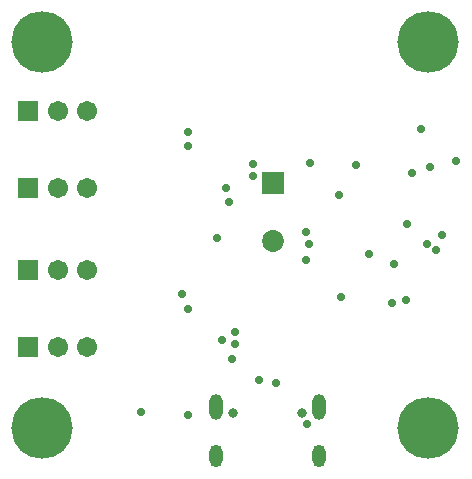
<source format=gbs>
G04*
G04 #@! TF.GenerationSoftware,Altium Limited,Altium Designer,22.9.1 (49)*
G04*
G04 Layer_Color=16711935*
%FSLAX44Y44*%
%MOMM*%
G71*
G04*
G04 #@! TF.SameCoordinates,255A3326-CA3E-4E7A-B617-BBCC988FCEB9*
G04*
G04*
G04 #@! TF.FilePolarity,Negative*
G04*
G01*
G75*
%ADD35R,1.7112X1.7112*%
%ADD36C,1.7112*%
%ADD37C,1.8542*%
%ADD38R,1.8542X1.8542*%
%ADD39C,5.2032*%
%ADD40O,1.1032X1.9032*%
%ADD41O,1.1032X2.2032*%
%ADD42C,0.8032*%
%ADD43C,0.7032*%
D35*
X-338443Y203443D02*
D03*
Y68443D02*
D03*
Y133443D02*
D03*
X-338443Y268443D02*
D03*
D36*
X-313443Y203443D02*
D03*
X-288443D02*
D03*
X-313443Y68443D02*
D03*
X-288443D02*
D03*
X-313443Y133443D02*
D03*
X-288443D02*
D03*
X-313443Y268443D02*
D03*
X-288443D02*
D03*
D37*
X-130943Y158443D02*
D03*
D38*
Y207243D02*
D03*
D39*
X0Y0D02*
D03*
X0Y326886D02*
D03*
X-326886Y326886D02*
D03*
X-326886Y-0D02*
D03*
D40*
X-92693Y-24057D02*
D03*
X-179193D02*
D03*
D41*
X-92693Y17643D02*
D03*
X-179193D02*
D03*
D42*
X-107043Y12743D02*
D03*
X-164843D02*
D03*
D43*
X-50000Y147500D02*
D03*
X-100943Y155943D02*
D03*
X-60895Y223000D02*
D03*
X-103492Y142128D02*
D03*
X-75000Y197500D02*
D03*
X-17500Y172500D02*
D03*
X-28443Y138443D02*
D03*
X-5943Y253443D02*
D03*
X1557Y220943D02*
D03*
X24057Y225943D02*
D03*
X11557Y163443D02*
D03*
X-103443Y165943D02*
D03*
X-13443Y215943D02*
D03*
X-170943Y203443D02*
D03*
X-148443Y213443D02*
D03*
Y223443D02*
D03*
X-18443Y108443D02*
D03*
X-30943Y105943D02*
D03*
X-943Y155943D02*
D03*
X6557Y150943D02*
D03*
X-168443Y190943D02*
D03*
X-203443Y238443D02*
D03*
Y250943D02*
D03*
X-178443Y160943D02*
D03*
X-143443Y40943D02*
D03*
X-99957Y224210D02*
D03*
X-102213Y3514D02*
D03*
X-203443Y10943D02*
D03*
X-243443Y13443D02*
D03*
X-128443Y38443D02*
D03*
X-163443Y70943D02*
D03*
Y80943D02*
D03*
X-174393Y74393D02*
D03*
X-165943Y58443D02*
D03*
X-73443Y110943D02*
D03*
X-208443Y113443D02*
D03*
X-203443Y100943D02*
D03*
M02*

</source>
